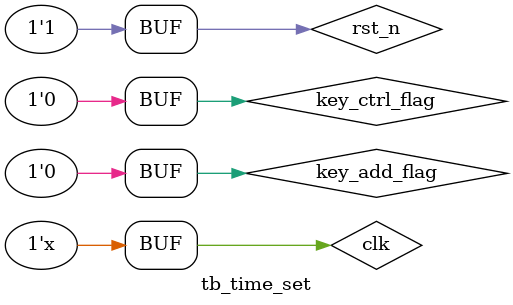
<source format=v>
`timescale 1ns/1ns
module tb_time_set();

reg        clk;
reg        rst_n;
reg        key_add_flag;
reg        key_ctrl_flag;

wire [3:0] set_data;
wire [2:0] set_pos;
wire       set_flag;
wire        work_en;
wire [5:0] point;
wire [19:0] data ; 
wire        sign ; 

initial begin
    clk = 1'b1;
    rst_n <= 1'b0;
    key_ctrl_flag  <= 1'b0;
    key_add_flag   <= 1'b0;
    #20
    rst_n <= 1'b1;
    #200
    // IDLE - S_L_SET
    key_ctrl_flag <= 1'b1;
    #20
    key_ctrl_flag <= 1'b0;
    #200
    key_add_flag <= 1'b1;
    #20
    key_add_flag <= 1'b0;
    #200
    key_add_flag <= 1'b1;
    #20
    key_add_flag <= 1'b0;
        #200
    key_add_flag <= 1'b1;
    #20
    key_add_flag <= 1'b0;
        #200
    key_add_flag <= 1'b1;
    #20
    key_add_flag <= 1'b0;
        #200
    key_add_flag <= 1'b1;
    #20
    key_add_flag <= 1'b0;
        #200
    key_add_flag <= 1'b1;
    #20
    key_add_flag <= 1'b0;
        #200
    key_add_flag <= 1'b1;
    #20
    key_add_flag <= 1'b0;
        #200
    key_add_flag <= 1'b1;
    #20
    key_add_flag <= 1'b0;
    #200
    // S_L-SET - S_H_SET
    key_ctrl_flag <= 1'b1;
    #20
    key_ctrl_flag <= 1'b0;
           #200
    key_add_flag <= 1'b1;
    #20
    key_add_flag <= 1'b0;
            #200
    key_add_flag <= 1'b1;
    #20
    key_add_flag <= 1'b0;
            #200
    key_add_flag <= 1'b1;
    #20
    key_add_flag <= 1'b0; 
        #200
    // S_H-SET - M_L_SET
    key_ctrl_flag <= 1'b1;
    #20
    key_ctrl_flag <= 1'b0;
           #200
    key_add_flag <= 1'b1;
    #20
    key_add_flag <= 1'b0;
            #200
    key_add_flag <= 1'b1;
    #20
    key_add_flag <= 1'b0;
            #200
    key_add_flag <= 1'b1;
    #20
    key_add_flag <= 1'b0; 
        #200
    // M_L-SET - M_H_SET
    key_ctrl_flag <= 1'b1;
    #20
    key_ctrl_flag <= 1'b0;
           #200
    key_add_flag <= 1'b1;
    #20
    key_add_flag <= 1'b0;
            #200
    key_add_flag <= 1'b1;
    #20
    key_add_flag <= 1'b0;
            #200
    key_add_flag <= 1'b1;
    #20
    key_add_flag <= 1'b0; 
        #200
    // M_H-SET - H_L_SET
    key_ctrl_flag <= 1'b1;
    #20
    key_ctrl_flag <= 1'b0;
           #200
    key_add_flag <= 1'b1;
    #20
    key_add_flag <= 1'b0;
            #200
    key_add_flag <= 1'b1;
    #20
    key_add_flag <= 1'b0;
            #200
    key_add_flag <= 1'b1;
    #20
    key_add_flag <= 1'b0; 
        #200
    // H_L-SET - H_H_SET
    key_ctrl_flag <= 1'b1;
    #20
    key_ctrl_flag <= 1'b0;
           #200
    key_add_flag <= 1'b1;
    #20
    key_add_flag <= 1'b0;
            #200
    key_add_flag <= 1'b1;
    #20
    key_add_flag <= 1'b0;
            #200
    key_add_flag <= 1'b1;
    #20
    key_add_flag <= 1'b0; 
        // H_H-SET - IDLE
    key_ctrl_flag <= 1'b1;
    #20
    key_ctrl_flag <= 1'b0;
end

always #10 clk = ~ clk;

time_set time_set_inst
(
    .  clk             ( clk           ) ,
    .  rst_n           ( rst_n         ) ,
    .  key_ctrl_flag   ( key_ctrl_flag ) ,
    .  key_add_flag    ( key_add_flag  ) ,

    .     set_data  (set_data ) ,
    .     set_pos   (set_pos  ) ,
    .     set_flag  (set_flag ) ,
    .     work_en   (work_en  )
);

clk_data_gen clk_data_gen_inst
(
   .clk  (clk  ),
   .rst_n(rst_n),
   .set_data(set_data),
   .set_pos(set_pos),
   .set_flag(set_flag),
   .work_en(work_en),

   .point(point),
   .data (data ),
   .sign (sign )  
);

endmodule
</source>
